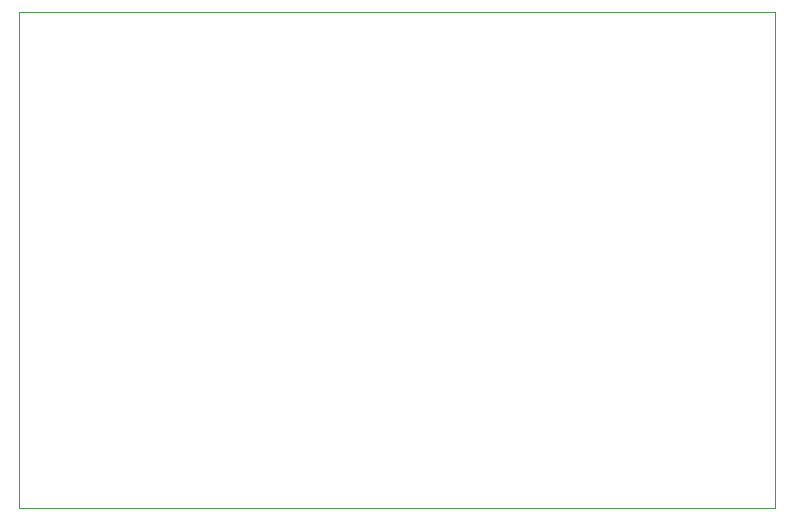
<source format=gbr>
%TF.GenerationSoftware,KiCad,Pcbnew,8.0.4*%
%TF.CreationDate,2024-08-25T13:27:35-07:00*%
%TF.ProjectId,EuroVan interior LED controller,4575726f-5661-46e2-9069-6e746572696f,rev?*%
%TF.SameCoordinates,Original*%
%TF.FileFunction,Profile,NP*%
%FSLAX46Y46*%
G04 Gerber Fmt 4.6, Leading zero omitted, Abs format (unit mm)*
G04 Created by KiCad (PCBNEW 8.0.4) date 2024-08-25 13:27:35*
%MOMM*%
%LPD*%
G01*
G04 APERTURE LIST*
%TA.AperFunction,Profile*%
%ADD10C,0.050000*%
%TD*%
G04 APERTURE END LIST*
D10*
X100000000Y-100000000D02*
X164000000Y-100000000D01*
X164000000Y-142000000D01*
X100000000Y-142000000D01*
X100000000Y-100000000D01*
M02*

</source>
